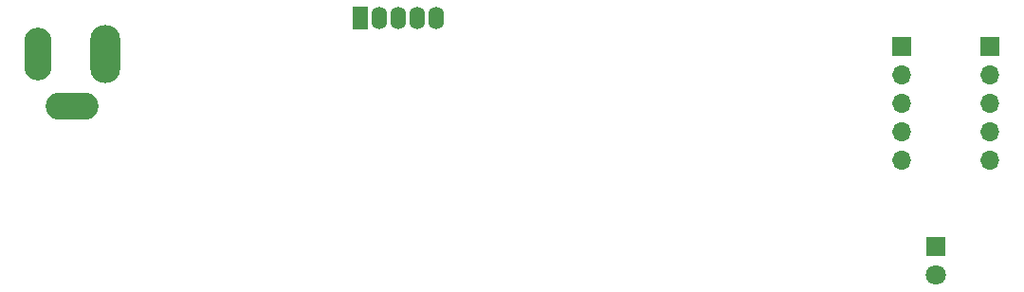
<source format=gbr>
%TF.GenerationSoftware,KiCad,Pcbnew,8.0.7-8.0.7-0~ubuntu20.04.1*%
%TF.CreationDate,2025-01-29T23:58:40+05:30*%
%TF.ProjectId,Buck_Converter_12V_3V3,4275636b-5f43-46f6-9e76-65727465725f,rev?*%
%TF.SameCoordinates,Original*%
%TF.FileFunction,Soldermask,Bot*%
%TF.FilePolarity,Negative*%
%FSLAX46Y46*%
G04 Gerber Fmt 4.6, Leading zero omitted, Abs format (unit mm)*
G04 Created by KiCad (PCBNEW 8.0.7-8.0.7-0~ubuntu20.04.1) date 2025-01-29 23:58:40*
%MOMM*%
%LPD*%
G01*
G04 APERTURE LIST*
%ADD10R,1.800000X1.800000*%
%ADD11C,1.800000*%
%ADD12R,1.400000X2.000001*%
%ADD13O,1.400000X2.000001*%
%ADD14R,1.700000X1.700000*%
%ADD15O,1.700000X1.700000*%
%ADD16O,2.704000X5.204000*%
%ADD17O,2.454000X4.704000*%
%ADD18O,4.704000X2.454000*%
G04 APERTURE END LIST*
D10*
%TO.C,D2*%
X156060000Y-92430000D03*
D11*
X156060000Y-94970000D03*
%TD*%
D12*
%TO.C,U1*%
X104659999Y-72010000D03*
D13*
X106359999Y-72010000D03*
X108060000Y-72010000D03*
X109759999Y-72010000D03*
X111459999Y-72010000D03*
%TD*%
D14*
%TO.C,J3*%
X160890000Y-74530000D03*
D15*
X160890000Y-77070000D03*
X160890000Y-79610000D03*
X160890000Y-82150000D03*
X160890000Y-84690000D03*
%TD*%
D14*
%TO.C,J2*%
X153020000Y-74530000D03*
D15*
X153020000Y-77070000D03*
X153020000Y-79610000D03*
X153020000Y-82150000D03*
X153020000Y-84690000D03*
%TD*%
D16*
%TO.C,J1*%
X81880000Y-75210000D03*
D17*
X75880000Y-75210000D03*
D18*
X78880000Y-79910000D03*
%TD*%
M02*

</source>
